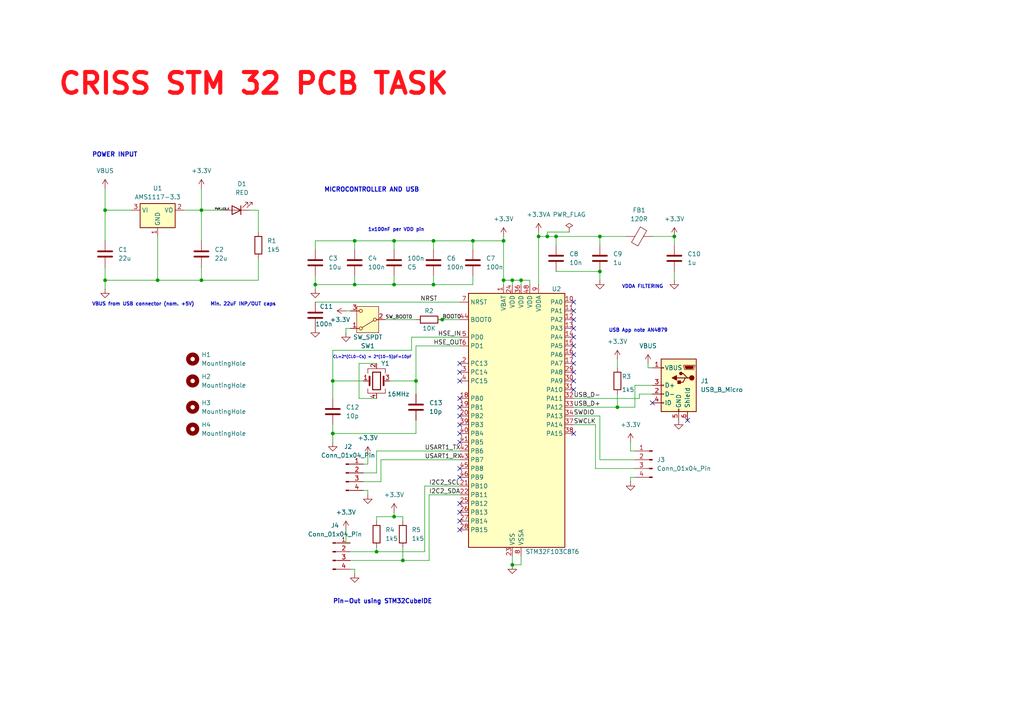
<source format=kicad_sch>
(kicad_sch (version 20230121) (generator eeschema)
  (paper "A4")
  (title_block (title "CRISS STM 32 PCB TASK") (date "2024-03-20") (rev "0.1") (company "ARUSH MANGALAM BAJPAI"))
  (lib_symbols
    (symbol "Connector:Conn_01x04_Pin" (pin_names (offset 1.016) hide)
      (property "Reference" "J" (at 0 5.08 0))
      (property "Value" "Conn_01x04_Pin" (at 0 -7.62 0))
      (symbol "Conn_01x04_Pin_1_1"
        (polyline (pts (xy 1.27 -5.08) (xy 0.8636 -5.08)) (stroke (width 0.1524)))
        (polyline (pts (xy 1.27 -2.54) (xy 0.8636 -2.54)) (stroke (width 0.1524)))
        (polyline (pts (xy 1.27 0) (xy 0.8636 0)) (stroke (width 0.1524)))
        (polyline (pts (xy 1.27 2.54) (xy 0.8636 2.54)) (stroke (width 0.1524)))
        (rectangle (start 0.8636 -4.953) (end 0 -5.207) (stroke (width 0.1524)) (fill (type outline)))
        (rectangle (start 0.8636 -2.413) (end 0 -2.667) (stroke (width 0.1524)) (fill (type outline)))
        (rectangle (start 0.8636 0.127) (end 0 -0.127) (stroke (width 0.1524)) (fill (type outline)))
        (rectangle (start 0.8636 2.667) (end 0 2.413) (stroke (width 0.1524)) (fill (type outline)))
        (pin passive line (at 5.08 2.54 180) (length 3.81) (name "Pin_1") (number "1"))
        (pin passive line (at 5.08 0 180) (length 3.81) (name "Pin_2") (number "2"))
        (pin passive line (at 5.08 -2.54 180) (length 3.81) (name "Pin_3") (number "3"))
        (pin passive line (at 5.08 -5.08 180) (length 3.81) (name "Pin_4") (number "4"))
      )
    )
    (symbol "Connector:USB_B_Micro" (pin_names (offset 1.016))
      (property "Reference" "J" (at -5.08 11.43 0))
      (property "Value" "USB_B_Micro" (at -5.08 8.89 0))
      (symbol "USB_B_Micro_0_1"
        (rectangle (start -5.08 -7.62) (end 5.08 7.62) (stroke (width 0.254)) (fill (type background)))
        (circle (center -3.81 2.159) (radius 0.635) (stroke (width 0.254)) (fill (type outline)))
        (circle (center -0.635 3.429) (radius 0.381) (stroke (width 0.254)) (fill (type outline)))
        (rectangle (start -0.127 -7.62) (end 0.127 -6.858))
        (polyline (pts (xy -1.905 2.159) (xy 0.635 2.159)) (stroke (width 0.254)))
        (polyline (pts (xy -3.175 2.159) (xy -2.54 2.159) (xy -1.27 3.429) (xy -0.635 3.429)) (stroke (width 0.254)))
        (polyline (pts (xy -2.54 2.159) (xy -1.905 2.159) (xy -1.27 0.889) (xy 0 0.889)) (stroke (width 0.254)))
        (polyline (pts (xy 0.635 2.794) (xy 0.635 1.524) (xy 1.905 2.159) (xy 0.635 2.794)) (stroke (width 0.254)) (fill (type outline)))
        (polyline (pts (xy -4.318 5.588) (xy -1.778 5.588) (xy -2.032 4.826) (xy -4.064 4.826) (xy -4.318 5.588)) (fill (type outline)))
        (polyline (pts (xy -4.699 5.842) (xy -4.699 5.588) (xy -4.445 4.826) (xy -4.445 4.572) (xy -1.651 4.572) (xy -1.651 4.826) (xy -1.397 5.588) (xy -1.397 5.842) (xy -4.699 5.842)))
        (rectangle (start 0.254 1.27) (end -0.508 0.508) (stroke (width 0.254)) (fill (type outline)))
        (rectangle (start 5.08 -5.207) (end 4.318 -4.953))
        (rectangle (start 5.08 -2.667) (end 4.318 -2.413))
        (rectangle (start 5.08 -0.127) (end 4.318 0.127))
        (rectangle (start 5.08 4.953) (end 4.318 5.207))
      )
      (symbol "USB_B_Micro_1_1"
        (pin power_out line (at 7.62 5.08 180) (length 2.54) (name "VBUS") (number "1"))
        (pin bidirectional line (at 7.62 -2.54 180) (length 2.54) (name "D-") (number "2"))
        (pin bidirectional line (at 7.62 0 180) (length 2.54) (name "D+") (number "3"))
        (pin passive line (at 7.62 -5.08 180) (length 2.54) (name "ID") (number "4"))
        (pin power_out line (at 0 -10.16 90) (length 2.54) (name "GND") (number "5"))
        (pin passive line (at -2.54 -10.16 90) (length 2.54) (name "Shield") (number "6"))
      )
    )
    (symbol "Device:C" (pin_numbers hide) (pin_names (offset 0.254))
      (property "Reference" "C" (at 0.635 2.54 0))
      (property "Value" "C" (at 0.635 -2.54 0))
      (symbol "C_0_1"
        (polyline (pts (xy -2.032 -0.762) (xy 2.032 -0.762)) (stroke (width 0.508)))
        (polyline (pts (xy -2.032 0.762) (xy 2.032 0.762)) (stroke (width 0.508)))
      )
      (symbol "C_1_1"
        (pin passive line (at 0 3.81 270) (length 2.794) (name "~") (number "1"))
        (pin passive line (at 0 -3.81 90) (length 2.794) (name "~") (number "2"))
      )
    )
    (symbol "Device:Crystal_GND24" (pin_names (offset 1.016) hide)
      (property "Reference" "Y" (at 3.175 5.08 0))
      (property "Value" "Crystal_GND24" (at 3.175 3.175 0))
      (symbol "Crystal_GND24_0_1"
        (rectangle (start -1.143 2.54) (end 1.143 -2.54) (stroke (width 0.3048)))
        (polyline (pts (xy -2.54 0) (xy -2.032 0)))
        (polyline (pts (xy -2.032 -1.27) (xy -2.032 1.27)) (stroke (width 0.508)))
        (polyline (pts (xy 0 -3.81) (xy 0 -3.556)))
        (polyline (pts (xy 0 3.556) (xy 0 3.81)))
        (polyline (pts (xy 2.032 -1.27) (xy 2.032 1.27)) (stroke (width 0.508)))
        (polyline (pts (xy 2.032 0) (xy 2.54 0)))
        (polyline (pts (xy -2.54 -2.286) (xy -2.54 -3.556) (xy 2.54 -3.556) (xy 2.54 -2.286)))
        (polyline (pts (xy -2.54 2.286) (xy -2.54 3.556) (xy 2.54 3.556) (xy 2.54 2.286)))
      )
      (symbol "Crystal_GND24_1_1"
        (pin passive line (at -3.81 0 0) (length 1.27) (name "1") (number "1"))
        (pin passive line (at 0 5.08 270) (length 1.27) (name "2") (number "2"))
        (pin passive line (at 3.81 0 180) (length 1.27) (name "3") (number "3"))
        (pin passive line (at 0 -5.08 90) (length 1.27) (name "4") (number "4"))
      )
    )
    (symbol "Device:FerriteBead" (pin_numbers hide) (pin_names (offset 0))
      (property "Reference" "FB" (at -3.81 0.635 90))
      (property "Value" "FerriteBead" (at 3.81 0 90))
      (symbol "FerriteBead_0_1"
        (polyline (pts (xy 0 -1.27) (xy 0 -1.2192)))
        (polyline (pts (xy 0 1.27) (xy 0 1.2954)))
        (polyline (pts (xy -2.7686 0.4064) (xy -1.7018 2.2606) (xy 2.7686 -0.3048) (xy 1.6764 -2.159) (xy -2.7686 0.4064)))
      )
      (symbol "FerriteBead_1_1"
        (pin passive line (at 0 3.81 270) (length 2.54) (name "~") (number "1"))
        (pin passive line (at 0 -3.81 90) (length 2.54) (name "~") (number "2"))
      )
    )
    (symbol "Device:LED" (pin_numbers hide) (pin_names (offset 1.016) hide)
      (property "Reference" "D" (at 0 2.54 0))
      (property "Value" "LED" (at 0 -2.54 0))
      (symbol "LED_0_1"
        (polyline (pts (xy -1.27 -1.27) (xy -1.27 1.27)) (stroke (width 0.254)))
        (polyline (pts (xy -1.27 0) (xy 1.27 0)))
        (polyline (pts (xy 1.27 -1.27) (xy 1.27 1.27) (xy -1.27 0) (xy 1.27 -1.27)) (stroke (width 0.254)))
        (polyline (pts (xy -3.048 -0.762) (xy -4.572 -2.286) (xy -3.81 -2.286) (xy -4.572 -2.286) (xy -4.572 -1.524)))
        (polyline (pts (xy -1.778 -0.762) (xy -3.302 -2.286) (xy -2.54 -2.286) (xy -3.302 -2.286) (xy -3.302 -1.524)))
      )
      (symbol "LED_1_1"
        (pin passive line (at -3.81 0 0) (length 2.54) (name "K") (number "1"))
        (pin passive line (at 3.81 0 180) (length 2.54) (name "A") (number "2"))
      )
    )
    (symbol "Device:R" (pin_numbers hide) (pin_names (offset 0))
      (property "Reference" "R" (at 2.032 0 90))
      (property "Value" "R" (at 0 0 90))
      (symbol "R_0_1"
        (rectangle (start -1.016 -2.54) (end 1.016 2.54) (stroke (width 0.254)))
      )
      (symbol "R_1_1"
        (pin passive line (at 0 3.81 270) (length 1.27) (name "~") (number "1"))
        (pin passive line (at 0 -3.81 90) (length 1.27) (name "~") (number "2"))
      )
    )
    (symbol "MCU_ST_STM32F1:STM32F103C8Tx"
      (property "Reference" "U" (at -12.7 39.37 0))
      (property "Value" "STM32F103C8Tx" (at 10.16 39.37 0))
      (symbol "STM32F103C8Tx_0_1"
        (rectangle (start -12.7 -35.56) (end 15.24 38.1) (stroke (width 0.254)) (fill (type background)))
      )
      (symbol "STM32F103C8Tx_1_1"
        (pin power_in line (at -2.54 40.64 270) (length 2.54) (name "VBAT") (number "1"))
        (pin bidirectional line (at 17.78 35.56 180) (length 2.54) (name "PA0") (number "10"))
        (pin bidirectional line (at 17.78 33.02 180) (length 2.54) (name "PA1") (number "11"))
        (pin bidirectional line (at 17.78 30.48 180) (length 2.54) (name "PA2") (number "12"))
        (pin bidirectional line (at 17.78 27.94 180) (length 2.54) (name "PA3") (number "13"))
        (pin bidirectional line (at 17.78 25.4 180) (length 2.54) (name "PA4") (number "14"))
        (pin bidirectional line (at 17.78 22.86 180) (length 2.54) (name "PA5") (number "15"))
        (pin bidirectional line (at 17.78 20.32 180) (length 2.54) (name "PA6") (number "16"))
        (pin bidirectional line (at 17.78 17.78 180) (length 2.54) (name "PA7") (number "17"))
        (pin bidirectional line (at -15.24 7.62 0) (length 2.54) (name "PB0") (number "18"))
        (pin bidirectional line (at -15.24 5.08 0) (length 2.54) (name "PB1") (number "19"))
        (pin bidirectional line (at -15.24 17.78 0) (length 2.54) (name "PC13") (number "2"))
        (pin bidirectional line (at -15.24 2.54 0) (length 2.54) (name "PB2") (number "20"))
        (pin bidirectional line (at -15.24 -17.78 0) (length 2.54) (name "PB10") (number "21"))
        (pin bidirectional line (at -15.24 -20.32 0) (length 2.54) (name "PB11") (number "22"))
        (pin power_in line (at 0 -38.1 90) (length 2.54) (name "VSS") (number "23"))
        (pin power_in line (at 0 40.64 270) (length 2.54) (name "VDD") (number "24"))
        (pin bidirectional line (at -15.24 -22.86 0) (length 2.54) (name "PB12") (number "25"))
        (pin bidirectional line (at -15.24 -25.4 0) (length 2.54) (name "PB13") (number "26"))
        (pin bidirectional line (at -15.24 -27.94 0) (length 2.54) (name "PB14") (number "27"))
        (pin bidirectional line (at -15.24 -30.48 0) (length 2.54) (name "PB15") (number "28"))
        (pin bidirectional line (at 17.78 15.24 180) (length 2.54) (name "PA8") (number "29"))
        (pin bidirectional line (at -15.24 15.24 0) (length 2.54) (name "PC14") (number "3"))
        (pin bidirectional line (at 17.78 12.7 180) (length 2.54) (name "PA9") (number "30"))
        (pin bidirectional line (at 17.78 10.16 180) (length 2.54) (name "PA10") (number "31"))
        (pin bidirectional line (at 17.78 7.62 180) (length 2.54) (name "PA11") (number "32"))
        (pin bidirectional line (at 17.78 5.08 180) (length 2.54) (name "PA12") (number "33"))
        (pin bidirectional line (at 17.78 2.54 180) (length 2.54) (name "PA13") (number "34"))
        (pin passive line (at 0 -38.1 90) (length 2.54) hide (name "VSS") (number "35"))
        (pin power_in line (at 2.54 40.64 270) (length 2.54) (name "VDD") (number "36"))
        (pin bidirectional line (at 17.78 0 180) (length 2.54) (name "PA14") (number "37"))
        (pin bidirectional line (at 17.78 -2.54 180) (length 2.54) (name "PA15") (number "38"))
        (pin bidirectional line (at -15.24 0 0) (length 2.54) (name "PB3") (number "39"))
        (pin bidirectional line (at -15.24 12.7 0) (length 2.54) (name "PC15") (number "4"))
        (pin bidirectional line (at -15.24 -2.54 0) (length 2.54) (name "PB4") (number "40"))
        (pin bidirectional line (at -15.24 -5.08 0) (length 2.54) (name "PB5") (number "41"))
        (pin bidirectional line (at -15.24 -7.62 0) (length 2.54) (name "PB6") (number "42"))
        (pin bidirectional line (at -15.24 -10.16 0) (length 2.54) (name "PB7") (number "43"))
        (pin input line (at -15.24 30.48 0) (length 2.54) (name "BOOT0") (number "44"))
        (pin bidirectional line (at -15.24 -12.7 0) (length 2.54) (name "PB8") (number "45"))
        (pin bidirectional line (at -15.24 -15.24 0) (length 2.54) (name "PB9") (number "46"))
        (pin passive line (at 0 -38.1 90) (length 2.54) hide (name "VSS") (number "47"))
        (pin power_in line (at 5.08 40.64 270) (length 2.54) (name "VDD") (number "48"))
        (pin bidirectional line (at -15.24 25.4 0) (length 2.54) (name "PD0") (number "5"))
        (pin bidirectional line (at -15.24 22.86 0) (length 2.54) (name "PD1") (number "6"))
        (pin input line (at -15.24 35.56 0) (length 2.54) (name "NRST") (number "7"))
        (pin power_in line (at 2.54 -38.1 90) (length 2.54) (name "VSSA") (number "8"))
        (pin power_in line (at 7.62 40.64 270) (length 2.54) (name "VDDA") (number "9"))
      )
    )
    (symbol "Mechanical:MountingHole" (pin_names (offset 1.016))
      (property "Reference" "H" (at 0 5.08 0))
      (property "Value" "MountingHole" (at 0 3.175 0))
      (symbol "MountingHole_0_1"
        (circle (center 0 0) (radius 1.27) (stroke (width 1.27)))
      )
    )
    (symbol "Regulator_Linear:AMS1117-3.3"
      (property "Reference" "U" (at -3.81 3.175 0))
      (property "Value" "AMS1117-3.3" (at 0 3.175 0))
      (symbol "AMS1117-3.3_0_1"
        (rectangle (start -5.08 -5.08) (end 5.08 1.905) (stroke (width 0.254)) (fill (type background)))
      )
      (symbol "AMS1117-3.3_1_1"
        (pin power_in line (at 0 -7.62 90) (length 2.54) (name "GND") (number "1"))
        (pin power_out line (at 7.62 0 180) (length 2.54) (name "VO") (number "2"))
        (pin power_in line (at -7.62 0 0) (length 2.54) (name "VI") (number "3"))
      )
    )
    (symbol "Switch:SW_SPDT" (pin_names (offset 0) hide)
      (property "Reference" "SW" (at 0 5.08 0))
      (property "Value" "SW_SPDT" (at 0 -5.08 0))
      (symbol "SW_SPDT_0_1"
        (circle (center -2.032 0) (radius 0.4572))
        (polyline (pts (xy -1.651 0.254) (xy 1.651 2.286)))
        (circle (center 2.032 -2.54) (radius 0.4572))
        (circle (center 2.032 2.54) (radius 0.4572))
      )
      (symbol "SW_SPDT_1_1"
        (rectangle (start -3.175 3.81) (end 3.175 -3.81) (fill (type background)))
        (pin passive line (at 5.08 2.54 180) (length 2.54) (name "A") (number "1"))
        (pin passive line (at -5.08 0 0) (length 2.54) (name "B") (number "2"))
        (pin passive line (at 5.08 -2.54 180) (length 2.54) (name "C") (number "3"))
      )
    )
    (symbol "power:+3.3V" (power) (pin_names (offset 0))
      (property "Value" "+3.3V" (at 0 3.556 0))
      (symbol "+3.3V_0_1"
        (polyline (pts (xy -0.762 1.27) (xy 0 2.54)))
        (polyline (pts (xy 0 0) (xy 0 2.54)))
        (polyline (pts (xy 0 2.54) (xy 0.762 1.27)))
      )
      (symbol "+3.3V_1_1"
        (pin power_in line (at 0 0 90) (length 0) hide (name "+3.3V") (number "1"))
      )
    )
    (symbol "power:+3.3VA" (power) (pin_names (offset 0))
      (property "Value" "+3.3VA" (at 0 3.556 0))
      (symbol "+3.3VA_0_1"
        (polyline (pts (xy -0.762 1.27) (xy 0 2.54)))
        (polyline (pts (xy 0 0) (xy 0 2.54)))
        (polyline (pts (xy 0 2.54) (xy 0.762 1.27)))
      )
      (symbol "+3.3VA_1_1"
        (pin power_in line (at 0 0 90) (length 0) hide (name "+3.3VA") (number "1"))
      )
    )
    (symbol "power:GND" (power) (pin_names (offset 0))
      (property "Value" "GND" (at 0 -3.81 0))
      (symbol "GND_0_1"
        (polyline (pts (xy 0 0) (xy 0 -1.27) (xy 1.27 -1.27) (xy 0 -2.54) (xy -1.27 -1.27) (xy 0 -1.27)))
      )
      (symbol "GND_1_1"
        (pin power_in line (at 0 0 270) (length 0) hide (name "GND") (number "1"))
      )
    )
    (symbol "power:PWR_FLAG" (power) (pin_numbers hide) (pin_names (offset 0) hide)
      (property "Value" "PWR_FLAG" (at 0 3.81 0))
      (symbol "PWR_FLAG_0_0"
        (pin power_out line (at 0 0 90) (length 0) (name "pwr") (number "1"))
      )
      (symbol "PWR_FLAG_0_1"
        (polyline (pts (xy 0 0) (xy 0 1.27) (xy -1.016 1.905) (xy 0 2.54) (xy 1.016 1.905) (xy 0 1.27)))
      )
    )
    (symbol "power:VBUS" (power) (pin_names (offset 0))
      (property "Value" "VBUS" (at 0 3.81 0))
      (symbol "VBUS_0_1"
        (polyline (pts (xy -0.762 1.27) (xy 0 2.54)))
        (polyline (pts (xy 0 0) (xy 0 2.54)))
        (polyline (pts (xy 0 2.54) (xy 0.762 1.27)))
      )
      (symbol "VBUS_1_1"
        (pin power_in line (at 0 0 90) (length 0) hide (name "VBUS") (number "1"))
      )
    )
  )
  (junction (at 45.72 81.28))
  (junction (at 30.48 60.96))
  (junction (at 109.22 160.02))
  (junction (at 91.44 82.55))
  (junction (at 96.52 110.49))
  (junction (at 195.58 68.58))
  (junction (at 125.73 69.85))
  (junction (at 120.65 110.49))
  (junction (at 158.75 68.58))
  (junction (at 148.59 163.83))
  (junction (at 102.87 82.55))
  (junction (at 30.48 81.28))
  (junction (at 179.07 118.11))
  (junction (at 114.3 149.86))
  (junction (at 114.3 69.85))
  (junction (at 114.3 82.55))
  (junction (at 173.99 68.58))
  (junction (at 102.87 69.85))
  (junction (at 58.42 81.28))
  (junction (at 148.59 81.28))
  (junction (at 58.42 60.96))
  (junction (at 161.29 68.58))
  (junction (at 146.05 81.28))
  (junction (at 173.99 78.74))
  (junction (at 96.52 125.73))
  (junction (at 116.84 162.56))
  (junction (at 137.16 69.85))
  (junction (at 128.27 92.71))
  (junction (at 146.05 69.85))
  (junction (at 125.73 82.55))
  (junction (at 156.21 68.58))
  (junction (at 151.13 81.28))
  (no_connect (at 133.35 110.49))
  (no_connect (at 166.37 102.87))
  (no_connect (at 133.35 107.95))
  (no_connect (at 166.37 100.33))
  (no_connect (at 166.37 110.49))
  (no_connect (at 166.37 107.95))
  (no_connect (at 166.37 92.71))
  (no_connect (at 133.35 135.89))
  (no_connect (at 133.35 146.05))
  (no_connect (at 199.39 121.92))
  (no_connect (at 133.35 118.11))
  (no_connect (at 133.35 128.27))
  (no_connect (at 133.35 138.43))
  (no_connect (at 166.37 90.17))
  (no_connect (at 166.37 95.25))
  (no_connect (at 133.35 115.57))
  (no_connect (at 133.35 105.41))
  (no_connect (at 166.37 97.79))
  (no_connect (at 133.35 151.13))
  (no_connect (at 133.35 148.59))
  (no_connect (at 166.37 87.63))
  (no_connect (at 166.37 113.03))
  (no_connect (at 133.35 125.73))
  (no_connect (at 133.35 120.65))
  (no_connect (at 133.35 153.67))
  (no_connect (at 166.37 125.73))
  (no_connect (at 189.23 116.84))
  (no_connect (at 133.35 123.19))
  (no_connect (at 166.37 105.41))
  (wire (pts (xy 172.72 135.89) (xy 172.72 123.19)))
  (wire (pts (xy 124.46 143.51) (xy 133.35 143.51)))
  (wire (pts (xy 166.37 115.57) (xy 185.42 115.57)))
  (wire (pts (xy 128.27 92.71) (xy 127 92.71)))
  (wire (pts (xy 74.93 74.93) (xy 74.93 81.28)))
  (wire (pts (xy 116.84 158.75) (xy 116.84 162.56)))
  (wire (pts (xy 120.65 125.73) (xy 96.52 125.73)))
  (wire (pts (xy 96.52 123.19) (xy 96.52 125.73)))
  (wire (pts (xy 151.13 81.28) (xy 153.67 81.28)))
  (wire (pts (xy 137.16 69.85) (xy 137.16 72.39)))
  (wire (pts (xy 120.65 110.49) (xy 120.65 114.3)))
  (wire (pts (xy 104.14 105.41) (xy 104.14 115.57)))
  (wire (pts (xy 158.75 68.58) (xy 161.29 68.58)))
  (wire (pts (xy 173.99 78.74) (xy 173.99 81.28)))
  (wire (pts (xy 109.22 149.86) (xy 109.22 151.13)))
  (wire (pts (xy 114.3 149.86) (xy 116.84 149.86)))
  (wire (pts (xy 165.1 67.31) (xy 158.75 67.31)))
  (wire (pts (xy 119.38 97.79) (xy 133.35 97.79)))
  (wire (pts (xy 96.52 125.73) (xy 96.52 128.27)))
  (wire (pts (xy 172.72 123.19) (xy 166.37 123.19)))
  (wire (pts (xy 173.99 68.58) (xy 181.61 68.58)))
  (wire (pts (xy 74.93 81.28) (xy 58.42 81.28)))
  (wire (pts (xy 189.23 68.58) (xy 195.58 68.58)))
  (wire (pts (xy 195.58 78.74) (xy 195.58 81.28)))
  (wire (pts (xy 182.88 138.43) (xy 182.88 139.7)))
  (wire (pts (xy 91.44 87.63) (xy 133.35 87.63)))
  (wire (pts (xy 187.96 105.41) (xy 187.96 106.68)))
  (wire (pts (xy 184.15 118.11) (xy 184.15 111.76)))
  (wire (pts (xy 91.44 72.39) (xy 91.44 69.85)))
  (wire (pts (xy 105.41 139.7) (xy 110.49 139.7)))
  (wire (pts (xy 182.88 130.81) (xy 182.88 128.27)))
  (wire (pts (xy 173.99 68.58) (xy 173.99 71.12)))
  (wire (pts (xy 30.48 81.28) (xy 45.72 81.28)))
  (wire (pts (xy 102.87 165.1) (xy 102.87 166.37)))
  (wire (pts (xy 74.93 60.96) (xy 74.93 67.31)))
  (wire (pts (xy 91.44 82.55) (xy 102.87 82.55)))
  (wire (pts (xy 96.52 101.6) (xy 119.38 101.6)))
  (wire (pts (xy 128.27 92.71) (xy 133.35 92.71)))
  (wire (pts (xy 109.22 160.02) (xy 123.19 160.02)))
  (wire (pts (xy 105.41 134.62) (xy 106.68 134.62)))
  (wire (pts (xy 105.41 137.16) (xy 109.22 137.16)))
  (wire (pts (xy 120.65 121.92) (xy 120.65 125.73)))
  (wire (pts (xy 45.72 68.58) (xy 45.72 81.28)))
  (wire (pts (xy 156.21 67.31) (xy 156.21 68.58)))
  (wire (pts (xy 109.22 149.86) (xy 114.3 149.86)))
  (wire (pts (xy 187.96 106.68) (xy 189.23 106.68)))
  (wire (pts (xy 125.73 82.55) (xy 137.16 82.55)))
  (wire (pts (xy 184.15 133.35) (xy 173.99 133.35)))
  (wire (pts (xy 123.19 140.97) (xy 123.19 160.02)))
  (wire (pts (xy 114.3 80.01) (xy 114.3 82.55)))
  (wire (pts (xy 100.33 90.17) (xy 101.6 90.17)))
  (wire (pts (xy 146.05 81.28) (xy 146.05 82.55)))
  (wire (pts (xy 148.59 161.29) (xy 148.59 163.83)))
  (wire (pts (xy 100.33 95.25) (xy 101.6 95.25)))
  (wire (pts (xy 110.49 133.35) (xy 133.35 133.35)))
  (wire (pts (xy 106.68 134.62) (xy 106.68 132.08)))
  (wire (pts (xy 153.67 81.28) (xy 153.67 82.55)))
  (wire (pts (xy 114.3 69.85) (xy 114.3 72.39)))
  (wire (pts (xy 30.48 77.47) (xy 30.48 81.28)))
  (wire (pts (xy 45.72 81.28) (xy 58.42 81.28)))
  (wire (pts (xy 91.44 69.85) (xy 102.87 69.85)))
  (wire (pts (xy 124.46 162.56) (xy 124.46 143.51)))
  (wire (pts (xy 109.22 105.41) (xy 104.14 105.41)))
  (wire (pts (xy 184.15 130.81) (xy 182.88 130.81)))
  (wire (pts (xy 30.48 60.96) (xy 38.1 60.96)))
  (wire (pts (xy 58.42 60.96) (xy 64.77 60.96)))
  (wire (pts (xy 96.52 110.49) (xy 96.52 115.57)))
  (wire (pts (xy 101.6 162.56) (xy 116.84 162.56)))
  (wire (pts (xy 91.44 80.01) (xy 91.44 82.55)))
  (wire (pts (xy 148.59 81.28) (xy 148.59 82.55)))
  (wire (pts (xy 137.16 69.85) (xy 146.05 69.85)))
  (wire (pts (xy 114.3 148.59) (xy 114.3 149.86)))
  (wire (pts (xy 148.59 163.83) (xy 151.13 163.83)))
  (wire (pts (xy 179.07 114.3) (xy 179.07 118.11)))
  (wire (pts (xy 96.52 101.6) (xy 96.52 110.49)))
  (wire (pts (xy 58.42 60.96) (xy 58.42 69.85)))
  (wire (pts (xy 173.99 133.35) (xy 173.99 120.65)))
  (wire (pts (xy 116.84 149.86) (xy 116.84 151.13)))
  (wire (pts (xy 184.15 111.76) (xy 189.23 111.76)))
  (wire (pts (xy 58.42 54.61) (xy 58.42 60.96)))
  (wire (pts (xy 109.22 130.81) (xy 133.35 130.81)))
  (wire (pts (xy 109.22 137.16) (xy 109.22 130.81)))
  (wire (pts (xy 137.16 82.55) (xy 137.16 80.01)))
  (wire (pts (xy 184.15 138.43) (xy 182.88 138.43)))
  (wire (pts (xy 120.65 100.33) (xy 120.65 110.49)))
  (wire (pts (xy 161.29 68.58) (xy 173.99 68.58)))
  (wire (pts (xy 146.05 81.28) (xy 148.59 81.28)))
  (wire (pts (xy 30.48 54.61) (xy 30.48 60.96)))
  (wire (pts (xy 123.19 140.97) (xy 133.35 140.97)))
  (wire (pts (xy 133.35 100.33) (xy 120.65 100.33)))
  (wire (pts (xy 102.87 82.55) (xy 114.3 82.55)))
  (wire (pts (xy 148.59 81.28) (xy 151.13 81.28)))
  (wire (pts (xy 146.05 68.58) (xy 146.05 69.85)))
  (wire (pts (xy 30.48 69.85) (xy 30.48 60.96)))
  (wire (pts (xy 105.41 142.24) (xy 106.68 142.24)))
  (wire (pts (xy 58.42 77.47) (xy 58.42 81.28)))
  (wire (pts (xy 30.48 81.28) (xy 30.48 83.82)))
  (wire (pts (xy 161.29 68.58) (xy 161.29 71.12)))
  (wire (pts (xy 104.14 115.57) (xy 109.22 115.57)))
  (wire (pts (xy 113.03 110.49) (xy 120.65 110.49)))
  (wire (pts (xy 151.13 161.29) (xy 151.13 163.83)))
  (wire (pts (xy 151.13 81.28) (xy 151.13 82.55)))
  (wire (pts (xy 109.22 158.75) (xy 109.22 160.02)))
  (wire (pts (xy 114.3 69.85) (xy 125.73 69.85)))
  (wire (pts (xy 161.29 78.74) (xy 173.99 78.74)))
  (wire (pts (xy 101.6 165.1) (xy 102.87 165.1)))
  (wire (pts (xy 58.42 60.96) (xy 53.34 60.96)))
  (wire (pts (xy 185.42 115.57) (xy 185.42 114.3)))
  (wire (pts (xy 125.73 69.85) (xy 137.16 69.85)))
  (wire (pts (xy 166.37 118.11) (xy 179.07 118.11)))
  (wire (pts (xy 158.75 67.31) (xy 158.75 68.58)))
  (wire (pts (xy 185.42 114.3) (xy 189.23 114.3)))
  (wire (pts (xy 173.99 120.65) (xy 166.37 120.65)))
  (wire (pts (xy 119.38 101.6) (xy 119.38 97.79)))
  (wire (pts (xy 110.49 139.7) (xy 110.49 133.35)))
  (wire (pts (xy 102.87 69.85) (xy 102.87 72.39)))
  (wire (pts (xy 179.07 104.14) (xy 179.07 106.68)))
  (wire (pts (xy 102.87 69.85) (xy 114.3 69.85)))
  (wire (pts (xy 100.33 157.48) (xy 101.6 157.48)))
  (wire (pts (xy 156.21 68.58) (xy 158.75 68.58)))
  (wire (pts (xy 195.58 68.58) (xy 195.58 71.12)))
  (wire (pts (xy 100.33 153.67) (xy 100.33 157.48)))
  (wire (pts (xy 100.33 96.52) (xy 100.33 95.25)))
  (wire (pts (xy 116.84 162.56) (xy 124.46 162.56)))
  (wire (pts (xy 111.76 92.71) (xy 120.65 92.71)))
  (wire (pts (xy 102.87 80.01) (xy 102.87 82.55)))
  (wire (pts (xy 156.21 82.55) (xy 156.21 68.58)))
  (wire (pts (xy 114.3 82.55) (xy 125.73 82.55)))
  (wire (pts (xy 91.44 82.55) (xy 91.44 83.82)))
  (wire (pts (xy 125.73 69.85) (xy 125.73 72.39)))
  (wire (pts (xy 125.73 80.01) (xy 125.73 82.55)))
  (wire (pts (xy 106.68 142.24) (xy 106.68 143.51)))
  (wire (pts (xy 184.15 135.89) (xy 172.72 135.89)))
  (wire (pts (xy 96.52 110.49) (xy 105.41 110.49)))
  (wire (pts (xy 148.59 163.83) (xy 148.59 165.1)))
  (wire (pts (xy 101.6 160.02) (xy 109.22 160.02)))
  (wire (pts (xy 72.39 60.96) (xy 74.93 60.96)))
  (wire (pts (xy 179.07 118.11) (xy 184.15 118.11)))
  (wire (pts (xy 146.05 69.85) (xy 146.05 81.28)))
  (text "CRISS STM 32 PCB TASK" (at 16.51 27.94 0) (effects (font (size 6 6) bold) (justify left bottom)))
  (text "MICROCONTROLLER AND USB" (at 93.98 55.88 0) (effects (font (size 1.27 1.27) bold) (justify left bottom)))
  (text "1x100nF per VDD pin" (at 106.68 67.31 0) (effects (font (size 1 1) bold) (justify left bottom)))
  (text "VDDA FILTERING" (at 180.34 83.82 0) (effects (font (size 1 1) bold) (justify left bottom)))
  (text "Pin-Out using STM32CubeIDE" (at 96.52 175.26 0) (effects (font (size 1.27 1.27) bold) (justify left bottom)))
  (text "Min. 22uF INP/OUT caps" (at 60.96 88.9 0) (effects (font (size 1 1) bold) (justify left bottom)))
  (text "CL=2*(CL0-Cs) = 2*(10-5)pF=10pF" (at 96.52 104.14 0) (effects (font (size 0.8 0.8) bold) (justify left bottom)))
  (text "POWER INPUT\n" (at 26.67 45.72 0) (effects (font (size 1.27 1.27) bold) (justify left bottom)))
  (text "USB App note AN4879" (at 176.53 96.52 0) (effects (font (size 1 1) bold) (justify left bottom)))
  (text "VBUS from USB connector (nom. +5V)" (at 26.67 88.9 0) (effects (font (size 1 1) bold) (justify left bottom)))
  (label "USB_D+" (at 166.37 118.11 0))
  (label "SWCLK" (at 166.37 123.19 0))
  (label "USART1_TX" (at 123.19 130.81 0))
  (label "NRST" (at 121.92 87.63 0))
  (label "I2C2_SCL" (at 124.46 140.97 0))
  (label "SW_BOOT0" (at 111.76 92.71 0) (effects (font (size 1 1))))
  (label "PWR_LED_K" (at 62.23 60.96 0) (effects (font (size 0.5 0.5))))
  (label "SWDIO" (at 166.37 120.65 0))
  (label "HSE_OUT" (at 125.73 100.33 0))
  (label "USART1_RX" (at 123.19 133.35 0))
  (label "USB_D-" (at 166.37 115.57 0))
  (label "BOOT0" (at 128.27 92.71 0) (effects (font (size 1.1 1.1))))
  (label "HSE_IN" (at 127 97.79 0))
  (label "I2C2_SDA" (at 124.46 143.51 0))
  (symbol (lib_id "Device:R") (at 109.22 154.94 0) (unit 1)
    (property "Reference" "R4" (at 111.76 153.67 0) (effects (justify left)))
    (property "Value" "1k5" (at 111.76 156.21 0) (effects (justify left)))
    (property "Footprint" "Resistor_SMD:R_0402_1005Metric" (effects hide))
  )
  (symbol (lib_id "Device:LED") (at 68.58 60.96 180) (unit 1)
    (property "Reference" "D1" (at 70.1675 53.34 0))
    (property "Value" "RED" (at 70.1675 55.88 0))
    (property "Footprint" "LED_SMD:LED_0603_1608Metric" (effects hide))
  )
  (symbol (lib_id "Switch:SW_SPDT") (at 106.68 92.71 180) (unit 1)
    (property "Reference" "SW1" (at 106.68 100.33 0))
    (property "Value" "SW_SPDT" (at 106.68 97.79 0))
    (property "Footprint" "Button_Switch_SMD:SW_SPDT_PCM12" (effects hide))
  )
  (symbol (lib_id "power:GND") (at 102.87 166.37 0) (mirror y) (unit 1)
    (property "Reference" "#PWR010" (effects hide))
    (property "Value" "GND" (effects hide))
  )
  (symbol (lib_id "power:+3.3VA") (at 156.21 67.31 0) (unit 1)
    (property "Reference" "#PWR016" (effects hide))
    (property "Value" "+3.3VA" (at 156.21 62.23 0))
  )
  (symbol (lib_id "Device:C") (at 125.73 76.2 0) (unit 1)
    (property "Reference" "C6" (at 129.54 74.93 0) (effects (justify left)))
    (property "Value" "100n" (at 129.54 77.47 0) (effects (justify left)))
    (property "Footprint" "Capacitor_SMD:C_0402_1005Metric" (effects hide))
  )
  (symbol (lib_id "Device:C") (at 91.44 76.2 0) (unit 1)
    (property "Reference" "C3" (at 95.25 74.93 0) (effects (justify left)))
    (property "Value" "10u" (at 95.25 77.47 0) (effects (justify left)))
    (property "Footprint" "Capacitor_SMD:C_0603_1608Metric" (effects hide))
  )
  (symbol (lib_id "power:GND") (at 182.88 139.7 0) (unit 1)
    (property "Reference" "#PWR020" (effects hide))
    (property "Value" "GND" (effects hide))
  )
  (symbol (lib_id "power:GND") (at 91.44 83.82 0) (unit 1)
    (property "Reference" "#PWR04" (effects hide))
    (property "Value" "GND" (effects hide))
  )
  (symbol (lib_id "Device:R") (at 116.84 154.94 0) (unit 1)
    (property "Reference" "R5" (at 119.38 153.67 0) (effects (justify left)))
    (property "Value" "1k5" (at 119.38 156.21 0) (effects (justify left)))
    (property "Footprint" "Resistor_SMD:R_0402_1005Metric" (effects hide))
  )
  (symbol (lib_id "Device:R") (at 179.07 110.49 0) (unit 1)
    (property "Reference" "R3" (at 180.34 109.22 0) (effects (justify left)))
    (property "Value" "1k5" (at 180.34 113.03 0) (effects (justify left)))
    (property "Footprint" "Resistor_SMD:R_0402_1005Metric" (effects hide))
  )
  (symbol (lib_id "Device:C") (at 91.44 91.44 0) (unit 1)
    (property "Reference" "C11" (at 92.71 88.9 0) (effects (justify left)))
    (property "Value" "100n" (at 91.44 93.98 0) (effects (justify left)))
    (property "Footprint" "Capacitor_SMD:C_0402_1005Metric" (effects hide))
  )
  (symbol (lib_id "Device:C") (at 120.65 118.11 0) (unit 1)
    (property "Reference" "C13" (at 124.46 116.84 0) (effects (justify left)))
    (property "Value" "10p" (at 124.46 119.38 0) (effects (justify left)))
    (property "Footprint" "Capacitor_SMD:C_0402_1005Metric" (effects hide))
  )
  (symbol (lib_id "power:+3.3V") (at 100.33 90.17 90) (unit 1)
    (property "Reference" "#PWR07" (effects hide))
    (property "Value" "+3.3V" (at 101.6 92.71 90) (effects (justify left)))
  )
  (symbol (lib_id "power:+3.3V") (at 179.07 104.14 0) (unit 1)
    (property "Reference" "#PWR018" (effects hide))
    (property "Value" "+3.3V" (at 179.07 99.06 0))
  )
  (symbol (lib_id "Device:C") (at 137.16 76.2 0) (unit 1)
    (property "Reference" "C7" (at 140.97 74.93 0) (effects (justify left)))
    (property "Value" "100n" (at 140.97 77.47 0) (effects (justify left)))
    (property "Footprint" "Capacitor_SMD:C_0402_1005Metric" (effects hide))
  )
  (symbol (lib_id "Device:FerriteBead") (at 185.42 68.58 90) (unit 1)
    (property "Reference" "FB1" (at 185.3692 60.96 90))
    (property "Value" "120R" (at 185.3692 63.5 90))
    (property "Footprint" "Inductor_SMD:L_0603_1608Metric" (effects hide))
  )
  (symbol (lib_id "power:+3.3V") (at 182.88 128.27 0) (unit 1)
    (property "Reference" "#PWR019" (effects hide))
    (property "Value" "+3.3V" (at 182.88 123.19 0))
  )
  (symbol (lib_id "Connector:Conn_01x04_Pin") (at 189.23 133.35 0) (mirror y) (unit 1)
    (property "Reference" "J3" (at 190.5 133.35 0) (effects (justify right)))
    (property "Value" "Conn_01x04_Pin" (at 190.5 135.89 0) (effects (justify right)))
    (property "Footprint" "Connector_PinHeader_2.54mm:PinHeader_1x04_P2.54mm_Vertical" (effects hide))
  )
  (symbol (lib_id "power:+3.3V") (at 146.05 68.58 0) (unit 1)
    (property "Reference" "#PWR014" (effects hide))
    (property "Value" "+3.3V" (at 146.05 63.5 0))
  )
  (symbol (lib_id "Device:Crystal_GND24") (at 109.22 110.49 0) (unit 1)
    (property "Reference" "Y1" (at 111.76 105.41 0))
    (property "Value" "16MHz" (at 115.57 114.3 0))
    (property "Footprint" "Crystal:Crystal_SMD_3225-4Pin_3.2x2.5mm" (effects hide))
  )
  (symbol (lib_id "Device:C") (at 102.87 76.2 0) (unit 1)
    (property "Reference" "C4" (at 106.68 74.93 0) (effects (justify left)))
    (property "Value" "100n" (at 106.68 77.47 0) (effects (justify left)))
    (property "Footprint" "Capacitor_SMD:C_0402_1005Metric" (effects hide))
  )
  (symbol (lib_id "power:VBUS") (at 30.48 54.61 0) (unit 1)
    (property "Reference" "#PWR01" (effects hide))
    (property "Value" "VBUS" (at 30.48 49.53 0))
  )
  (symbol (lib_id "power:GND") (at 91.44 95.25 0) (unit 1)
    (property "Reference" "#PWR05" (effects hide))
    (property "Value" "GND" (effects hide))
  )
  (symbol (lib_id "Mechanical:MountingHole") (at 55.88 118.11 0) (unit 1)
    (property "Reference" "H3" (at 58.42 116.84 0) (effects (justify left)))
    (property "Value" "MountingHole" (at 58.42 119.38 0) (effects (justify left)))
    (property "Footprint" "MountingHole:MountingHole_2.1mm" (effects hide))
  )
  (symbol (lib_id "Regulator_Linear:AMS1117-3.3") (at 45.72 60.96 0) (unit 1)
    (property "Reference" "U1" (at 45.72 54.61 0))
    (property "Value" "AMS1117-3.3" (at 45.72 57.15 0))
    (property "Footprint" "Package_TO_SOT_SMD:SOT-223-3_TabPin2" (effects hide))
    (property "Datasheet" "http://www.advanced-monolithic.com/pdf/ds1117.pdf" (effects hide))
  )
  (symbol (lib_id "power:GND") (at 173.99 81.28 0) (unit 1)
    (property "Reference" "#PWR017" (effects hide))
    (property "Value" "GND" (effects hide))
  )
  (symbol (lib_id "power:+3.3V") (at 100.33 153.67 0) (mirror y) (unit 1)
    (property "Reference" "#PWR09" (effects hide))
    (property "Value" "+3.3V" (at 100.33 148.59 0))
  )
  (symbol (lib_id "power:+3.3V") (at 106.68 132.08 0) (mirror y) (unit 1)
    (property "Reference" "#PWR011" (effects hide))
    (property "Value" "+3.3V" (at 106.68 127 0))
  )
  (symbol (lib_id "power:+3.3V") (at 58.42 54.61 0) (unit 1)
    (property "Reference" "#PWR03" (effects hide))
    (property "Value" "+3.3V" (at 58.42 49.53 0))
  )
  (symbol (lib_id "Connector:USB_B_Micro") (at 196.85 111.76 0) (mirror y) (unit 1)
    (property "Reference" "J1" (at 203.2 110.49 0) (effects (justify right)))
    (property "Value" "USB_B_Micro" (at 203.2 113.03 0) (effects (justify right)))
    (property "Footprint" "Connector_USB:USB_Micro-B_Wuerth_629105150521" (effects hide))
  )
  (symbol (lib_id "power:+3.3V") (at 114.3 148.59 0) (mirror y) (unit 1)
    (property "Reference" "#PWR013" (effects hide))
    (property "Value" "+3.3V" (at 114.3 143.51 0))
  )
  (symbol (lib_id "Connector:Conn_01x04_Pin") (at 96.52 160.02 0) (unit 1)
    (property "Reference" "J4" (at 97.155 152.4 0))
    (property "Value" "Conn_01x04_Pin" (at 97.155 154.94 0))
    (property "Footprint" "Connector_PinHeader_2.54mm:PinHeader_1x04_P2.54mm_Vertical" (effects hide))
  )
  (symbol (lib_id "Device:C") (at 96.52 119.38 0) (unit 1)
    (property "Reference" "C12" (at 100.33 118.11 0) (effects (justify left)))
    (property "Value" "10p" (at 100.33 120.65 0) (effects (justify left)))
    (property "Footprint" "Capacitor_SMD:C_0402_1005Metric" (effects hide))
  )
  (symbol (lib_id "power:GND") (at 96.52 128.27 0) (unit 1)
    (property "Reference" "#PWR06" (effects hide))
    (property "Value" "GND" (effects hide))
  )
  (symbol (lib_id "Mechanical:MountingHole") (at 55.88 124.46 0) (unit 1)
    (property "Reference" "H4" (at 58.42 123.19 0) (effects (justify left)))
    (property "Value" "MountingHole" (at 58.42 125.73 0) (effects (justify left)))
    (property "Footprint" "MountingHole:MountingHole_2.1mm" (effects hide))
  )
  (symbol (lib_id "Device:C") (at 58.42 73.66 0) (unit 1)
    (property "Reference" "C2" (at 62.23 72.39 0) (effects (justify left)))
    (property "Value" "22u" (at 62.23 74.93 0) (effects (justify left)))
    (property "Footprint" "Capacitor_SMD:C_0805_2012Metric" (effects hide))
  )
  (symbol (lib_id "Connector:Conn_01x04_Pin") (at 100.33 137.16 0) (unit 1)
    (property "Reference" "J2" (at 100.965 129.54 0))
    (property "Value" "Conn_01x04_Pin" (at 100.965 132.08 0))
    (property "Footprint" "Connector_PinHeader_2.54mm:PinHeader_1x04_P2.54mm_Vertical" (effects hide))
  )
  (symbol (lib_id "power:GND") (at 30.48 83.82 0) (unit 1)
    (property "Reference" "#PWR02" (effects hide))
    (property "Value" "GND" (effects hide))
  )
  (symbol (lib_id "Device:C") (at 114.3 76.2 0) (mirror x) (unit 1)
    (property "Reference" "C5" (at 118.11 77.47 0) (effects (justify left)))
    (property "Value" "100n" (at 118.11 74.93 0) (effects (justify left)))
    (property "Footprint" "Capacitor_SMD:C_0402_1005Metric" (effects hide))
  )
  (symbol (lib_id "Device:C") (at 173.99 74.93 0) (unit 1)
    (property "Reference" "C9" (at 177.8 73.66 0) (effects (justify left)))
    (property "Value" "1u" (at 177.8 76.2 0) (effects (justify left)))
    (property "Footprint" "Capacitor_SMD:C_0402_1005Metric" (effects hide))
  )
  (symbol (lib_id "Device:R") (at 74.93 71.12 0) (unit 1)
    (property "Reference" "R1" (at 77.47 69.85 0) (effects (justify left)))
    (property "Value" "1k5" (at 77.47 72.39 0) (effects (justify left)))
    (property "Footprint" "Resistor_SMD:R_0402_1005Metric" (effects hide))
  )
  (symbol (lib_id "power:+3.3V") (at 195.58 68.58 0) (unit 1)
    (property "Reference" "#PWR022" (effects hide))
    (property "Value" "+3.3V" (at 195.58 63.5 0))
  )
  (symbol (lib_id "power:GND") (at 148.59 163.83 0) (unit 1)
    (property "Reference" "#PWR015" (effects hide))
    (property "Value" "GND" (effects hide))
  )
  (symbol (lib_id "Device:R") (at 124.46 92.71 90) (unit 1)
    (property "Reference" "R2" (at 124.46 90.17 90))
    (property "Value" "10K" (at 124.46 95.25 90))
    (property "Footprint" "Resistor_SMD:R_0402_1005Metric" (effects hide))
  )
  (symbol (lib_id "power:PWR_FLAG") (at 165.1 67.31 0) (unit 1)
    (property "Reference" "#FLG01" (effects hide))
    (property "Value" "PWR_FLAG" (at 165.1 62.23 0))
  )
  (symbol (lib_id "power:VBUS") (at 187.96 105.41 0) (unit 1)
    (property "Reference" "#PWR021" (effects hide))
    (property "Value" "VBUS" (at 187.96 100.33 0))
  )
  (symbol (lib_id "Device:C") (at 195.58 74.93 0) (unit 1)
    (property "Reference" "C10" (at 199.39 73.66 0) (effects (justify left)))
    (property "Value" "1u" (at 199.39 76.2 0) (effects (justify left)))
    (property "Footprint" "Capacitor_SMD:C_0402_1005Metric" (effects hide))
  )
  (symbol (lib_id "Mechanical:MountingHole") (at 55.88 104.14 0) (unit 1)
    (property "Reference" "H1" (at 58.42 102.87 0) (effects (justify left)))
    (property "Value" "MountingHole" (at 58.42 105.41 0) (effects (justify left)))
    (property "Footprint" "MountingHole:MountingHole_2.1mm" (effects hide))
  )
  (symbol (lib_id "MCU_ST_STM32F1:STM32F103C8Tx") (at 148.59 123.19 0) (unit 1)
    (property "Reference" "U2" (at 160.02 83.82 0) (effects (justify left)))
    (property "Value" "STM32F103C8T6" (at 152.4 160.02 0) (effects (justify left)))
    (property "Footprint" "Package_QFP:LQFP-48_7x7mm_P0.5mm" (effects hide))
    (property "Datasheet" "https://www.st.com/resource/en/datasheet/stm32f103c8.pdf" (effects hide))
  )
  (symbol (lib_id "Device:C") (at 30.48 73.66 0) (unit 1)
    (property "Reference" "C1" (at 34.29 72.39 0) (effects (justify left)))
    (property "Value" "22u" (at 34.29 74.93 0) (effects (justify left)))
    (property "Footprint" "Capacitor_SMD:C_0805_2012Metric" (effects hide))
  )
  (symbol (lib_id "power:GND") (at 106.68 143.51 0) (mirror y) (unit 1)
    (property "Reference" "#PWR012" (effects hide))
    (property "Value" "GND" (effects hide))
  )
  (symbol (lib_id "power:GND") (at 100.33 96.52 0) (unit 1)
    (property "Reference" "#PWR08" (effects hide))
    (property "Value" "GND" (effects hide))
  )
  (symbol (lib_id "Device:C") (at 161.29 74.93 0) (unit 1)
    (property "Reference" "C8" (at 165.1 73.66 0) (effects (justify left)))
    (property "Value" "10n" (at 165.1 76.2 0) (effects (justify left)))
    (property "Footprint" "Capacitor_SMD:C_0402_1005Metric" (effects hide))
  )
  (symbol (lib_id "power:GND") (at 195.58 81.28 0) (unit 1)
    (property "Reference" "#PWR023" (effects hide))
    (property "Value" "GND" (effects hide))
  )
  (symbol (lib_id "Mechanical:MountingHole") (at 55.88 110.49 0) (unit 1)
    (property "Reference" "H2" (at 58.42 109.22 0) (effects (justify left)))
    (property "Value" "MountingHole" (at 58.42 111.76 0) (effects (justify left)))
    (property "Footprint" "MountingHole:MountingHole_2.1mm" (effects hide))
  )
  (symbol (lib_id "power:GND") (at 196.85 121.92 0) (unit 1)
    (property "Reference" "#PWR024" (effects hide))
    (property "Value" "GND" (effects hide))
  )
)
</source>
